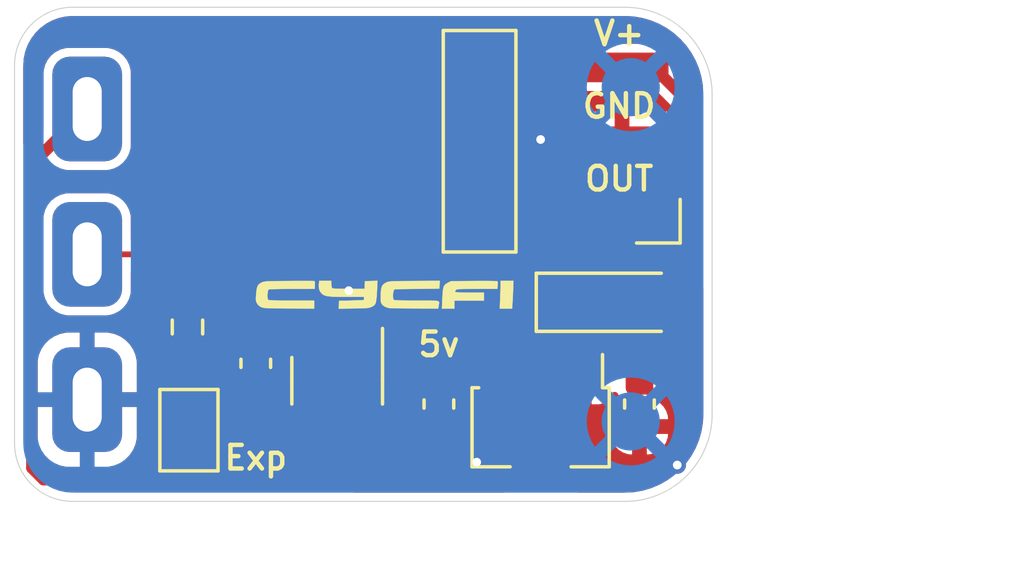
<source format=kicad_pcb>
(kicad_pcb (version 20211014) (generator pcbnew)
  (layers (0 "F.Cu" signal) (31 "B.Cu" signal) (34 "B.Paste" user) (35 "F.Paste" user) (36 "B.SilkS" user "B.Silkscreen") (37 "F.SilkS" user "F.Silkscreen") (38 "B.Mask" user) (39 "F.Mask" user) (44 "Edge.Cuts" user))
  (net 0 "")
  (net 1 "Net-(C1-Pad1)")
  (net 2 "GND")
  (net 3 "5v")
  (net 4 "/pot_center")
  (net 5 "V+")
  (net 6 "OUT")
  (net 7 "Net-(JP1-Pad2)")
  (footprint "cycfi_library:bourns_pdb181" (layer "F.Cu") (at 139.5 75.5)
    (fp_text reference "RV1" hide)
    (fp_text value "25k")
    (pad "1" thru_hole roundrect (at 0 0) (size 2.4 3.6) (drill oval 1 2.2) (layers *.Cu *.Mask) (net 3 "5v"))
    (pad "2" thru_hole roundrect (at 0 5) (size 2.4 3.6) (drill oval 1 2.2) (layers *.Cu *.Mask) (net 4 "/pot_center"))
    (pad "3" thru_hole roundrect (at 0 10) (size 2.4 3.6) (drill oval 1 2.2) (layers *.Cu *.Mask) (net 2 "GND"))
  )
  (footprint "cycfi_library:pin_header_1x3p_2.54mm_smd_horizontal" (layer "F.Cu") (at 157.9 79.15 180)
    (fp_text reference "J1" hide)
    (fp_text value "I/O connector")
    (fp_line (start 3.65 -1.27) (end 6.15 -1.27) (layer "F.SilkS") (width 0.12))
    (fp_line (start -2 0.54) (end -2 -0.96) (layer "F.SilkS") (width 0.12))
    (fp_line (start 6.15 -1.27) (end 6.15 6.35) (layer "F.SilkS") (width 0.12))
    (fp_line (start -2 -0.96) (end -0.5 -0.96) (layer "F.SilkS") (width 0.12))
    (fp_line (start 3.65 6.35) (end 6.15 6.35) (layer "F.SilkS") (width 0.12))
    (fp_line (start 3.65 -1.27) (end 3.65 6.35) (layer "F.SilkS") (width 0.12))
    (pad "1" smd rect (at 0 0 180) (size 3.2 1.02) (layers "F.Cu" "F.Paste" "F.Mask") (net 6 "OUT"))
    (pad "2" smd rect (at 0 2.54 180) (size 3.2 1.02) (layers "F.Cu" "F.Paste" "F.Mask") (net 2 "GND"))
    (pad "3" smd rect (at 0 5.08 180) (size 3.2 1.02) (layers "F.Cu" "F.Paste" "F.Mask") (net 5 "V+"))
  )
  (footprint "Package_TO_SOT_SMD:SOT-23-5" (layer "F.Cu") (at 148.1 84.85 -90)
    (fp_text reference "U2" hide)
    (fp_text value "LMV321IDBVR")
    (fp_line (start 0 1.56) (end 0.8 1.56) (layer "F.SilkS") (width 0.12))
    (fp_line (start 0 -1.56) (end 0.8 -1.56) (layer "F.SilkS") (width 0.12))
    (fp_line (start 0 -1.56) (end -1.8 -1.56) (layer "F.SilkS") (width 0.12))
    (fp_line (start 0 1.56) (end -0.8 1.56) (layer "F.SilkS") (width 0.12))
    (pad "1" smd roundrect (at -1.1375 -0.95 270) (size 1.325 0.6) (layers "F.Cu" "F.Paste" "F.Mask") (net 4 "/pot_center"))
    (pad "2" smd roundrect (at -1.1375 0 270) (size 1.325 0.6) (layers "F.Cu" "F.Paste" "F.Mask") (net 2 "GND"))
    (pad "3" smd roundrect (at -1.1375 0.95 270) (size 1.325 0.6) (layers "F.Cu" "F.Paste" "F.Mask") (net 6 "OUT"))
    (pad "4" smd roundrect (at 1.1375 0.95 270) (size 1.325 0.6) (layers "F.Cu" "F.Paste" "F.Mask") (net 6 "OUT"))
    (pad "5" smd roundrect (at 1.1375 -0.95 270) (size 1.325 0.6) (layers "F.Cu" "F.Paste" "F.Mask") (net 3 "5v"))
  )
  (footprint "Capacitor_SMD:C_0603_1608Metric" (layer "F.Cu") (at 158.5 85.65 -90)
    (fp_text reference "C1" hide)
    (fp_text value "10uF")
    (fp_line (start -0.14058 0.51) (end 0.14058 0.51) (layer "F.SilkS") (width 0.12))
    (fp_line (start -0.14058 -0.51) (end 0.14058 -0.51) (layer "F.SilkS") (width 0.12))
    (pad "1" smd roundrect (at -0.775 0 270) (size 0.9 0.95) (layers "F.Cu" "F.Paste" "F.Mask") (net 1 "Net-(C1-Pad1)"))
    (pad "2" smd roundrect (at 0.775 0 270) (size 0.9 0.95) (layers "F.Cu" "F.Paste" "F.Mask") (net 2 "GND"))
  )
  (footprint "Diode_SMD:D_MiniMELF" (layer "F.Cu") (at 157.5 82.15)
    (fp_text reference "D1" hide)
    (fp_text value "LL4148")
    (fp_line (start 1.75 -1) (end -2.55 -1) (layer "F.SilkS") (width 0.12))
    (fp_line (start -2.55 -1) (end -2.55 1) (layer "F.SilkS") (width 0.12))
    (fp_line (start -2.55 1) (end 1.75 1) (layer "F.SilkS") (width 0.12))
    (pad "1" smd rect (at -1.75 0) (size 1.3 1.7) (layers "F.Cu" "F.Paste" "F.Mask") (net 1 "Net-(C1-Pad1)"))
    (pad "2" smd rect (at 1.75 0) (size 1.3 1.7) (layers "F.Cu" "F.Paste" "F.Mask") (net 5 "V+"))
  )
  (footprint "cycfi_library:cycfi-logo-9mm" (layer "F.Cu") (at 149.7 81.9)
    (fp_text reference "G***" hide)
    (fp_text value "LOGO" hide)
    (fp_poly (pts (xy 1.921918 -0.355825) (xy 1.915583 -0.22225) (xy 1.143613 -0.211667) (xy 0.371644 -0.201083) (xy 0.344884 -0.148167) (xy 0.328601 -0.094057) (xy 0.320004 -0.02106) (xy 0.319185 0.056027) (xy 0.326238 0.122406) (xy 0.341256 0.163279) (xy 0.3429 0.1651) (xy 0.362102 0.172266) (xy 0.405894 0.178099) (xy 0.477147 0.182691) (xy 0.578729 0.186134) (xy 0.713509 0.18852) (xy 0.884355 0.18994) (xy 1.094138 0.190487) (xy 1.13665 0.1905) (xy 1.340032 0.190204) (xy 1.504955 0.18992) (xy 1.635284 0.190555) (xy 1.734882 0.193014) (xy 1.807616 0.198202) (xy 1.857349 0.207027) (xy 1.887946 0.220394) (xy 1.903272 0.239209) (xy 1.907192 0.264378) (xy 1.90357 0.296807) (xy 1.896271 0.337402) (xy 1.891539 0.367462) (xy 1.878079 0.465667) (xy 1.060748 0.463232) (xy 0.87575 0.462306) (xy 0.701564 0.460719) (xy 0.543319 0.458569) (xy 0.406143 0.455958) (xy 0.295162 0.452986) (xy 0.215506 0.449752) (xy 0.172301 0.446356) (xy 0.169333 0.44585) (xy 0.056788 0.409176) (xy -0.029687 0.352104) (xy -0.075909 0.292803) (xy -0.091755 0.252184) (xy -0.101041 0.199171) (xy -0.10458 0.124505) (xy -0.103181 0.018926) (xy -0.102323 -0.008464) (xy -0.09448 -0.141822) (xy -0.078914 -0.240873) (xy -0.052158 -0.313429) (xy -0.010749 -0.3673) (xy 0.048777 -0.410298) (xy 0.084204 -0.429075) (xy 0.108919 -0.440707) (xy 0.134212 -0.45029) (xy 0.164316 -0.45806) (xy 0.203464 -0.46425) (xy 0.255888 -0.469096) (xy 0.325819 -0.472831) (xy 0.417492 -0.475691) (xy 0.535137 -0.47791) (xy 0.682987 -0.479723) (xy 0.865275 -0.481363) (xy 1.054085 -0.482825) (xy 1.928253 -0.489399) (xy 1.921918 -0.355825)) (layer "F.SilkS") (width 0.01) (fill solid))
    (fp_poly (pts (xy 4.454186 -0.206375) (xy 4.448975 -0.07829) (xy 4.44287 0.056618) (xy 4.436672 0.181339) (xy 4.431735 0.269875) (xy 4.419882 0.465667) (xy 3.99389 0.465667) (xy 4.007778 0.144801) (xy 4.012847 0.01691) (xy 4.017088 -0.110605) (xy 4.020126 -0.224952) (xy 4.02159 -0.313337) (xy 4.021667 -0.331449) (xy 4.021667 -0.486833) (xy 4.464785 -0.486833) (xy 4.454186 -0.206375)) (layer "F.SilkS") (width 0.01) (fill solid))
    (fp_poly (pts (xy -2.606136 -0.484692) (xy -2.500269 -0.483905) (xy -2.425954 -0.482649) (xy -2.387852 -0.480938) (xy -2.384106 -0.480311) (xy -2.370245 -0.453216) (xy -2.36575 -0.388498) (xy -2.367255 -0.341398) (xy -2.374427 -0.211667) (xy -3.150422 -0.211343) (xy -3.33571 -0.210743) (xy -3.505238 -0.209178) (xy -3.654479 -0.20676) (xy -3.778906 -0.2036) (xy -3.873992 -0.19981) (xy -3.935213 -0.195502) (xy -3.957405 -0.191419) (xy -3.975999 -0.15948) (xy -3.989729 -0.098927) (xy -3.997754 -0.023285) (xy -3.999235 0.053917) (xy -3.993334 0.119154) (xy -3.97921 0.158898) (xy -3.979143 0.158979) (xy -3.967139 0.167304) (xy -3.943693 0.174062) (xy -3.904843 0.179408) (xy -3.846632 0.183497) (xy -3.7651 0.186482) (xy -3.656288 0.18852) (xy -3.516237 0.189765) (xy -3.340987 0.190371) (xy -3.172408 0.1905) (xy -2.391833 0.1905) (xy -2.391833 0.465667) (xy -3.212042 0.463347) (xy -3.39843 0.462351) (xy -3.574922 0.460516) (xy -3.736234 0.457962) (xy -3.877083 0.454811) (xy -3.992184 0.451184) (xy -4.076253 0.447201) (xy -4.124007 0.442984) (xy -4.127468 0.442387) (xy -4.237424 0.406226) (xy -4.317774 0.344038) (xy -4.366982 0.269317) (xy -4.383859 0.230137) (xy -4.393526 0.189014) (xy -4.396618 0.135756) (xy -4.39377 0.060173) (xy -4.386272 -0.04003) (xy -4.373227 -0.166481) (xy -4.355529 -0.258677) (xy -4.329216 -0.324693) (xy -4.290324 -0.372602) (xy -4.234887 -0.410476) (xy -4.194507 -0.430605) (xy -4.168235 -0.442062) (xy -4.140875 -0.451473) (xy -4.108083 -0.459078) (xy -4.065515 -0.465119) (xy -4.008825 -0.469836) (xy -3.93367 -0.47347) (xy -3.835704 -0.476262) (xy -3.710584 -0.478454) (xy -3.553965 -0.480285) (xy -3.361503 -0.481997) (xy -3.251939 -0.482872) (xy -3.066458 -0.484099) (xy -2.893891 -0.484802) (xy -2.738897 -0.484995) (xy -2.606136 -0.484692)) (layer "F.SilkS") (width 0.01) (fill solid))
    (fp_poly (pts (xy 3.601083 -0.483366) (xy 3.725598 -0.481781) (xy 3.82245 -0.479437) (xy 3.886895 -0.476397) (xy 3.914183 -0.472723) (xy 3.914655 -0.472363) (xy 3.921066 -0.44327) (xy 3.922702 -0.386107) (xy 3.920451 -0.333375) (xy 3.911915 -0.211667) (xy 3.216886 -0.211667) (xy 3.023888 -0.211452) (xy 2.868889 -0.210674) (xy 2.747557 -0.209136) (xy 2.65556 -0.206639) (xy 2.588566 -0.202987) (xy 2.542242 -0.19798) (xy 2.512256 -0.191422) (xy 2.494275 -0.183114) (xy 2.488595 -0.178405) (xy 2.461562 -0.138698) (xy 2.455333 -0.114905) (xy 2.461169 -0.105134) (xy 2.481784 -0.097653) (xy 2.521844 -0.092178) (xy 2.586011 -0.088426) (xy 2.67895 -0.086113) (xy 2.805325 -0.084955) (xy 2.95275 -0.084667) (xy 3.450167 -0.084667) (xy 3.450167 0.1905) (xy 2.434167 0.1905) (xy 2.434167 0.465667) (xy 2.004584 0.465667) (xy 2.01942 0.121708) (xy 2.02731 -0.031755) (xy 2.037499 -0.149212) (xy 2.052219 -0.23699) (xy 2.073707 -0.301417) (xy 2.104196 -0.348819) (xy 2.145921 -0.385524) (xy 2.201117 -0.417858) (xy 2.211917 -0.423333) (xy 2.31775 -0.47625) (xy 3.109037 -0.482946) (xy 3.288056 -0.484011) (xy 3.453654 -0.48413) (xy 3.601083 -0.483366)) (layer "F.SilkS") (width 0.01) (fill solid))
    (fp_poly (pts (xy -0.223543 -0.270606) (xy -0.232269 -0.094549) (xy -0.241056 0.044392) (xy -0.251401 0.151406) (xy -0.264802 0.231686) (xy -0.282756 0.290423) (xy -0.306759 0.332809) (xy -0.33831 0.364035) (xy -0.378906 0.389293) (xy -0.419545 0.408986) (xy -0.453791 0.423383) (xy -0.489979 0.434549) (xy -0.534112 0.443002) (xy -0.59219 0.44926) (xy -0.670217 0.453843) (xy -0.774192 0.457268) (xy -0.910118 0.460055) (xy -1.032935 0.461984) (xy -1.547287 0.469538) (xy -1.540935 0.335311) (xy -1.534583 0.201083) (xy -1.11125 0.189366) (xy -0.982182 0.185603) (xy -0.868453 0.181922) (xy -0.776504 0.178563) (xy -0.712772 0.175763) (xy -0.683699 0.173761) (xy -0.682625 0.173491) (xy -0.678616 0.15187) (xy -0.677333 0.116417) (xy -0.677333 0.0635) (xy -1.258375 0.0635) (xy -1.461394 0.062852) (xy -1.626894 0.060494) (xy -1.759675 0.0558) (xy -1.864537 0.048147) (xy -1.94628 0.03691) (xy -2.009705 0.021465) (xy -2.059613 0.001188) (xy -2.100802 -0.024544) (xy -2.131273 -0.050002) (xy -2.192661 -0.126738) (xy -2.224959 -0.221127) (xy -2.23039 -0.340742) (xy -2.227546 -0.37827) (xy -2.217114 -0.486833) (xy -1.799167 -0.486833) (xy -1.799167 -0.37465) (xy -1.794628 -0.30631) (xy -1.783016 -0.25406) (xy -1.773767 -0.237067) (xy -1.751575 -0.228564) (xy -1.701935 -0.221953) (xy -1.621767 -0.217096) (xy -1.507991 -0.213858) (xy -1.357526 -0.2121) (xy -1.203277 -0.211667) (xy -0.658187 -0.211667) (xy -0.651885 -0.343958) (xy -0.645583 -0.47625) (xy -0.429466 -0.482273) (xy -0.213349 -0.488295) (xy -0.223543 -0.270606)) (layer "F.SilkS") (width 0.01) (fill solid))
  )
  (footprint "Package_TO_SOT_SMD:SOT-89-3" (layer "F.Cu") (at 155.1 86.15 -90)
    (fp_text reference "U1" hide)
    (fp_text value "HT7550-1")
    (fp_line (start 1.66 2.36) (end -1.06 2.36) (layer "F.SilkS") (width 0.12))
    (fp_line (start 1.66 -2.36) (end 1.66 -1.05) (layer "F.SilkS") (width 0.12))
    (fp_line (start -1.06 -2.36) (end 1.66 -2.36) (layer "F.SilkS") (width 0.12))
    (fp_line (start -1.06 -2.36) (end -1.06 -2.13) (layer "F.SilkS") (width 0.12))
    (fp_line (start -1.06 2.36) (end -1.06 2.13) (layer "F.SilkS") (width 0.12))
    (fp_line (start -2.2 -2.13) (end -1.06 -2.13) (layer "F.SilkS") (width 0.12))
    (fp_line (start 1.66 1.05) (end 1.66 2.36) (layer "F.SilkS") (width 0.12))
    (pad "1" smd rect (at -1.65 -1.5 270) (size 1.3 0.9) (layers "F.Cu" "F.Paste" "F.Mask") (net 2 "GND"))
    (pad "2" smd custom (at -1.5625 0 270) (size 1.475 0.9) (layers "F.Cu" "F.Paste" "F.Mask") (net 1 "Net-(C1-Pad1)") (options (clearance outline) (anchor rect)) (primitives (gr_poly (pts (xy 3.8625 0.8665) (xy 0.7375 0.8665) (xy 0.7375 -0.8665) (xy 3.8625 -0.8665)) (width 0) (fill yes))))
    (pad "3" smd rect (at -1.65 1.5 270) (size 1.3 0.9) (layers "F.Cu" "F.Paste" "F.Mask") (net 3 "5v"))
  )
  (footprint "Resistor_SMD:R_0603_1608Metric" (layer "F.Cu") (at 142.95 83 -90)
    (fp_text reference "R1" hide)
    (fp_text value "5k")
    (fp_line (start -0.237258 -0.5225) (end 0.237258 -0.5225) (layer "F.SilkS") (width 0.12))
    (fp_line (start -0.237258 0.5225) (end 0.237258 0.5225) (layer "F.SilkS") (width 0.12))
    (pad "1" smd roundrect (at -0.825 0 270) (size 0.8 0.95) (layers "F.Cu" "F.Paste" "F.Mask") (net 4 "/pot_center"))
    (pad "2" smd roundrect (at 0.825 0 270) (size 0.8 0.95) (layers "F.Cu" "F.Paste" "F.Mask") (net 7 "Net-(JP1-Pad2)"))
  )
  (footprint "Capacitor_SMD:C_0603_1608Metric" (layer "F.Cu") (at 151.6 85.65 -90)
    (fp_text reference "C2" hide)
    (fp_text value "10uF")
    (fp_line (start -0.14058 -0.51) (end 0.14058 -0.51) (layer "F.SilkS") (width 0.12))
    (fp_line (start -0.14058 0.51) (end 0.14058 0.51) (layer "F.SilkS") (width 0.12))
    (pad "1" smd roundrect (at -0.775 0 270) (size 0.9 0.95) (layers "F.Cu" "F.Paste" "F.Mask") (net 3 "5v"))
    (pad "2" smd roundrect (at 0.775 0 270) (size 0.9 0.95) (layers "F.Cu" "F.Paste" "F.Mask") (net 2 "GND"))
  )
  (footprint "Capacitor_SMD:C_0603_1608Metric" (layer "F.Cu") (at 145.3 84.25 -90)
    (fp_text reference "C3" hide)
    (fp_text value "100nF")
    (fp_line (start -0.14058 -0.51) (end 0.14058 -0.51) (layer "F.SilkS") (width 0.12))
    (fp_line (start -0.14058 0.51) (end 0.14058 0.51) (layer "F.SilkS") (width 0.12))
    (pad "1" smd roundrect (at -0.775 0 270) (size 0.9 0.95) (layers "F.Cu" "F.Paste" "F.Mask") (net 4 "/pot_center"))
    (pad "2" smd roundrect (at 0.775 0 270) (size 0.9 0.95) (layers "F.Cu" "F.Paste" "F.Mask") (net 2 "GND"))
  )
  (footprint "Jumper:SolderJumper-2_P1.3mm_Open_TrianglePad1.0x1.5mm" (layer "F.Cu") (at 143 86.55 90)
    (fp_text reference "JP1" hide)
    (fp_text value "exp shunt")
    (fp_line (start 1.4 -1) (end 1.4 1) (layer "F.SilkS") (width 0.12))
    (fp_line (start -1.4 1) (end -1.4 -1) (layer "F.SilkS") (width 0.12))
    (fp_line (start -1.4 -1) (end 1.4 -1) (layer "F.SilkS") (width 0.12))
    (fp_line (start 1.4 1) (end -1.4 1) (layer "F.SilkS") (width 0.12))
    (pad "1" smd custom (at -0.725 0 90) (size 0.3 0.3) (layers "F.Cu" "F.Mask") (net 2 "GND") (options (clearance outline) (anchor rect)) (primitives (gr_poly (pts (xy 1 0) (xy 0.5 0.75) (xy -0.5 0.75) (xy -0.5 -0.75) (xy 0.5 -0.75)) (width 0) (fill yes))))
    (pad "2" smd custom (at 0.725 0 90) (size 0.3 0.3) (layers "F.Cu" "F.Mask") (net 7 "Net-(JP1-Pad2)") (options (clearance outline) (anchor rect)) (primitives (gr_poly (pts (xy 0.5 0.75) (xy -0.65 0.75) (xy -0.15 0) (xy -0.65 -0.75) (xy 0.5 -0.75)) (width 0) (fill yes))))
  )
  (footprint "cycfi_library:single-pad-2x2-circular" (layer "B.Cu") (at 158.2 74.75 180)
    (fp_text reference "H2" hide)
    (fp_text value "Ground Pad" hide)
    (pad "1" smd circle (at 0 0 180) (size 2 2) (layers "B.Cu" "B.Paste" "B.Mask") (net 2 "GND"))
  )
  (footprint "cycfi_library:single-pad-2x2-circular" (layer "B.Cu") (at 158.2 86.25 180)
    (fp_text reference "H1" hide)
    (fp_text value "Ground Pad" hide)
    (pad "1" smd circle (at 0 0 180) (size 2 2) (layers "B.Cu" "B.Paste" "B.Mask") (net 2 "GND"))
  )
  (gr_line (start 139 72) (end 158 72) (layer "Edge.Cuts") (width 0.0381))
  (gr_arc (start 139 89) (mid 137.585786 88.414214) (end 137 87) (layer "Edge.Cuts") (width 0.0381))
  (gr_line (start 161 75) (end 161 86) (layer "Edge.Cuts") (width 0.0381))
  (gr_line (start 137 87) (end 137 74) (layer "Edge.Cuts") (width 0.0381))
  (gr_arc (start 158 72) (mid 160.12132 72.87868) (end 161 75) (layer "Edge.Cuts") (width 0.0381))
  (gr_arc (start 161 86) (mid 160.12132 88.12132) (end 158 89) (layer "Edge.Cuts") (width 0.0381))
  (gr_line (start 158 89) (end 139 89) (layer "Edge.Cuts") (width 0.0381))
  (gr_arc (start 137 74) (mid 137.585786 72.585786) (end 139 72) (layer "Edge.Cuts") (width 0.0381))
  (gr_text "Exp" (at 145.3 87.5) (layer "F.SilkS") (effects (font (size 0.8128 0.8128) (thickness 0.1524))))
  (gr_text "5v" (at 151.6 83.6) (layer "F.SilkS") (effects (font (size 0.8128 0.8128) (thickness 0.1524))))
  (gr_text "GND" (at 157.8 75.4) (layer "F.SilkS") (effects (font (size 0.8128 0.8128) (thickness 0.1524))))
  (gr_text "V+" (at 157.8 72.9) (layer "F.SilkS") (effects (font (size 0.8128 0.8128) (thickness 0.1524))))
  (gr_text "OUT" (at 157.8 77.9) (layer "F.SilkS") (effects (font (size 0.8128 0.8128) (thickness 0.1524))))
  (segment (start 155.75 83.9375) (end 155.1 84.5875) (width 0.4) (layer "F.Cu") (net 1))
  (segment (start 155.75 82.15) (end 155.75 83.9375) (width 0.4) (layer "F.Cu") (net 1))
  (segment (start 158.5 83.85) (end 156.8 82.15) (width 0.4) (layer "F.Cu") (net 1))
  (segment (start 158.5 84.875) (end 158.5 83.85) (width 0.4) (layer "F.Cu") (net 1))
  (segment (start 156.8 82.15) (end 155.75 82.15) (width 0.4) (layer "F.Cu") (net 1))
  (via (at 152.9 87.65) (size 0.6) (drill 0.3) (layers "F.Cu" "B.Cu") (net 2))
  (via (at 148.5 81.75) (size 0.6) (drill 0.3) (layers "F.Cu" "B.Cu") (net 2))
  (via (at 155.1 76.55) (size 0.6) (drill 0.3) (layers "F.Cu" "B.Cu") (net 2))
  (via (at 159.8 87.75) (size 0.6) (drill 0.3) (layers "F.Cu" "B.Cu") (net 2))
  (segment (start 153.6 84.5) (end 151.975 84.5) (width 0.4) (layer "F.Cu") (net 3))
  (segment (start 149.05 85.9875) (end 149.05 87.3) (width 0.4) (layer "F.Cu") (net 3))
  (segment (start 149.05 87.3) (end 148.1 88.25) (width 0.4) (layer "F.Cu") (net 3))
  (segment (start 137.6 77.4) (end 139.5 75.5) (width 0.4) (layer "F.Cu") (net 3))
  (segment (start 151.6 84.875) (end 150.1625 84.875) (width 0.4) (layer "F.Cu") (net 3))
  (segment (start 151.975 84.5) (end 151.6 84.875) (width 0.4) (layer "F.Cu") (net 3))
  (segment (start 150.1625 84.875) (end 149.05 85.9875) (width 0.4) (layer "F.Cu") (net 3))
  (segment (start 137.6 87.85) (end 137.6 77.4) (width 0.4) (layer "F.Cu") (net 3))
  (segment (start 148.1 88.25) (end 138 88.25) (width 0.4) (layer "F.Cu") (net 3))
  (segment (start 138 88.25) (end 137.6 87.85) (width 0.4) (layer "F.Cu") (net 3))
  (segment (start 148.1 84.907479) (end 148.1 86.85) (width 0.2) (layer "F.Cu") (net 4))
  (segment (start 142.95 82.175) (end 141.275 80.5) (width 0.2) (layer "F.Cu") (net 4))
  (segment (start 144.4 83.95) (end 144.875 83.475) (width 0.2) (layer "F.Cu") (net 4))
  (segment (start 149.05 83.957479) (end 148.1 84.907479) (width 0.2) (layer "F.Cu") (net 4))
  (segment (start 149.05 83.7125) (end 149.05 83.957479) (width 0.2) (layer "F.Cu") (net 4))
  (segment (start 141.275 80.5) (end 139.5 80.5) (width 0.2) (layer "F.Cu") (net 4))
  (segment (start 147.6 87.35) (end 145 87.35) (width 0.2) (layer "F.Cu") (net 4))
  (segment (start 144.4 86.75) (end 144.4 83.95) (width 0.2) (layer "F.Cu") (net 4))
  (segment (start 145 87.35) (end 144.4 86.75) (width 0.2) (layer "F.Cu") (net 4))
  (segment (start 144.875 83.475) (end 145.3 83.475) (width 0.2) (layer "F.Cu") (net 4))
  (segment (start 144 82.175) (end 145.3 83.475) (width 0.2) (layer "F.Cu") (net 4))
  (segment (start 142.95 82.175) (end 144 82.175) (width 0.2) (layer "F.Cu") (net 4))
  (segment (start 148.1 86.85) (end 147.6 87.35) (width 0.2) (layer "F.Cu") (net 4))
  (segment (start 158.99 74.07) (end 160.3 75.38) (width 0.4) (layer "F.Cu") (net 5))
  (segment (start 160.3 75.38) (end 160.3 81.1) (width 0.4) (layer "F.Cu") (net 5))
  (segment (start 157.9 74.07) (end 158.99 74.07) (width 0.4) (layer "F.Cu") (net 5))
  (segment (start 160.3 81.1) (end 159.25 82.15) (width 0.4) (layer "F.Cu") (net 5))
  (segment (start 147.15 85.9875) (end 147.15 83.7125) (width 0.2) (layer "F.Cu") (net 6))
  (segment (start 147.15 81.2) (end 149.2 79.15) (width 0.2) (layer "F.Cu") (net 6))
  (segment (start 147.15 83.7125) (end 147.15 81.2) (width 0.2) (layer "F.Cu") (net 6))
  (segment (start 149.2 79.15) (end 157.9 79.15) (width 0.2) (layer "F.Cu") (net 6))
  (segment (start 142.95 85.775) (end 143 85.825) (width 0.2) (layer "F.Cu") (net 7))
  (segment (start 142.95 83.825) (end 142.95 85.775) (width 0.2) (layer "F.Cu") (net 7))
  (zone (net 2) (net_name "GND") (layer "F.Cu") (connect_pads (clearance 0.3)) (min_thickness 0.254) (fill yes (thermal_gap 0.508) (thermal_bridge_width 0.508))
    (polygon (pts (xy 161.5 89.75) (xy 136.5 89.75) (xy 136.5 71.75) (xy 161.5 71.75)))
  )
  (zone (net 2) (net_name "GND") (layer "B.Cu") (connect_pads (clearance 0.3)) (min_thickness 0.254) (fill yes (thermal_gap 0.508) (thermal_bridge_width 0.508))
    (polygon (pts (xy 161.5 89.75) (xy 136.5 89.75) (xy 136.5 71.75) (xy 161.5 71.75)))
  )
)
</source>
